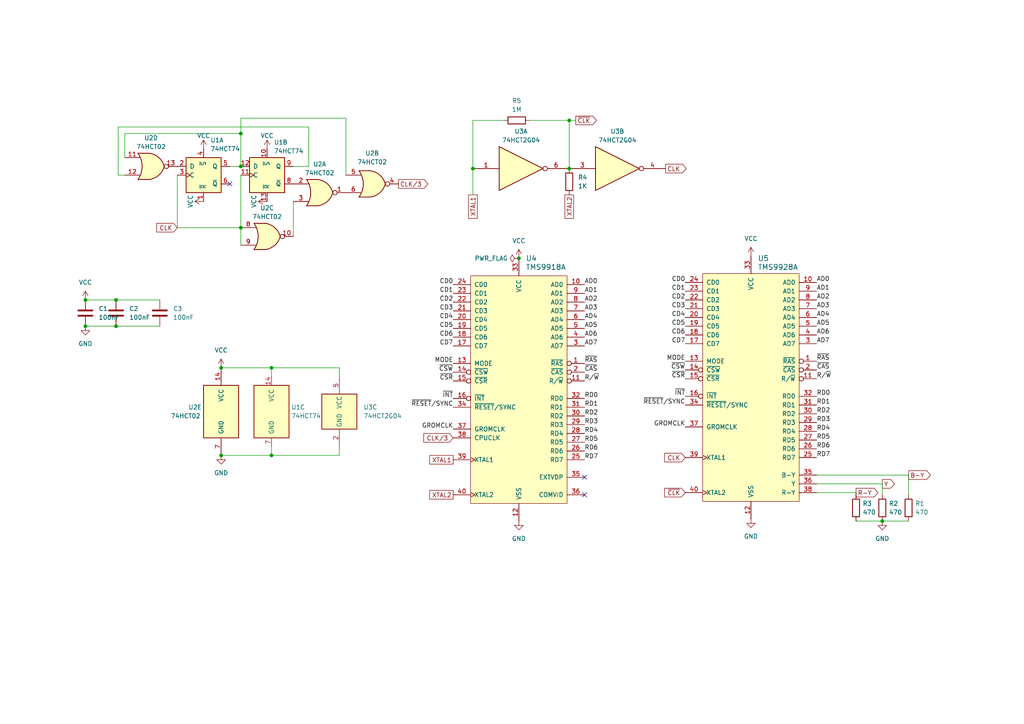
<source format=kicad_sch>
(kicad_sch (version 20231120) (generator "eeschema") (generator_version "8.0")
  (paper "A4")
  (lib_symbols
    (symbol "74xGxx:74LVC2G04"
      (property "Reference" "U" (at 0 7.62 0))
      (property "Value" "74LVC2G04" (at 2.54 -7.62 0))
      (symbol "74LVC2G04_1_1"
        (polyline (pts (xy -7.62 6.35) (xy -7.62 -6.35) (xy 5.08 0) (xy -7.62 6.35)) (stroke (width 0.254)) (fill (type background)))
        (pin input line (at -15.24 0 0) (length 7.62) (name "~") (number "1"))
        (pin output inverted (at 12.7 0 180) (length 7.62) (name "~") (number "6"))
      )
      (symbol "74LVC2G04_2_1"
        (polyline (pts (xy -7.62 6.35) (xy -7.62 -6.35) (xy 5.08 0) (xy -7.62 6.35)) (stroke (width 0.254)) (fill (type background)))
        (pin input line (at -15.24 0 0) (length 7.62) (name "~") (number "3"))
        (pin output inverted (at 12.7 0 180) (length 7.62) (name "~") (number "4"))
      )
      (symbol "74LVC2G04_3_0"
        (rectangle (start -5.08 -5.08) (end 5.08 5.08) (stroke (width 0.254)) (fill (type background)))
      )
      (symbol "74LVC2G04_3_1"
        (pin power_in line (at 0 -10.16 90) (length 5.08) (name "GND") (number "2"))
        (pin power_in line (at 0 10.16 270) (length 5.08) (name "VCC") (number "5"))
      )
    )
    (symbol "74xx:74HC02" (pin_names (offset 1.016))
      (property "Reference" "U" (at 0 1.27 0))
      (property "Value" "74HC02" (at 0 -1.27 0))
      (symbol "74HC02_1_1"
        (arc (start -3.81 -3.81) (mid -2.589 0) (end -3.81 3.81) (stroke (width 0.254)))
        (arc (start -0.6096 -3.81) (mid 2.1842 -2.5851) (end 3.81 0) (stroke (width 0.254)) (fill (type background)))
        (polyline (pts (xy -3.81 -3.81) (xy -0.635 -3.81)) (stroke (width 0.254)) (fill (type background)))
        (polyline (pts (xy -3.81 3.81) (xy -0.635 3.81)) (stroke (width 0.254)) (fill (type background)))
        (polyline (pts (xy -0.635 3.81) (xy -3.81 3.81) (xy -3.81 3.81) (xy -3.556 3.4036) (xy -3.0226 2.2606) (xy -2.6924 1.0414) (xy -2.6162 -0.254) (xy -2.7686 -1.4986) (xy -3.175 -2.7178) (xy -3.81 -3.81) (xy -3.81 -3.81) (xy -0.635 -3.81)) (stroke (width -25.4)) (fill (type background)))
        (arc (start 3.81 0) (mid 2.1915 2.5936) (end -0.6096 3.81) (stroke (width 0.254)) (fill (type background)))
        (pin output inverted (at 7.62 0 180) (length 3.81) (name "~") (number "1"))
        (pin input line (at -7.62 2.54 0) (length 4.318) (name "~") (number "2"))
        (pin input line (at -7.62 -2.54 0) (length 4.318) (name "~") (number "3"))
      )
      (symbol "74HC02_1_2"
        (arc (start 0 -3.81) (mid 3.7934 0) (end 0 3.81) (stroke (width 0.254)) (fill (type background)))
        (polyline (pts (xy 0 3.81) (xy -3.81 3.81) (xy -3.81 -3.81) (xy 0 -3.81)) (stroke (width 0.254)) (fill (type background)))
        (pin output line (at 7.62 0 180) (length 3.81) (name "~") (number "1"))
        (pin input inverted (at -7.62 2.54 0) (length 3.81) (name "~") (number "2"))
        (pin input inverted (at -7.62 -2.54 0) (length 3.81) (name "~") (number "3"))
      )
      (symbol "74HC02_2_1"
        (arc (start -3.81 -3.81) (mid -2.589 0) (end -3.81 3.81) (stroke (width 0.254)))
        (arc (start -0.6096 -3.81) (mid 2.1842 -2.5851) (end 3.81 0) (stroke (width 0.254)) (fill (type background)))
        (polyline (pts (xy -3.81 -3.81) (xy -0.635 -3.81)) (stroke (width 0.254)) (fill (type background)))
        (polyline (pts (xy -3.81 3.81) (xy -0.635 3.81)) (stroke (width 0.254)) (fill (type background)))
        (polyline (pts (xy -0.635 3.81) (xy -3.81 3.81) (xy -3.81 3.81) (xy -3.556 3.4036) (xy -3.0226 2.2606) (xy -2.6924 1.0414) (xy -2.6162 -0.254) (xy -2.7686 -1.4986) (xy -3.175 -2.7178) (xy -3.81 -3.81) (xy -3.81 -3.81) (xy -0.635 -3.81)) (stroke (width -25.4)) (fill (type background)))
        (arc (start 3.81 0) (mid 2.1915 2.5936) (end -0.6096 3.81) (stroke (width 0.254)) (fill (type background)))
        (pin output inverted (at 7.62 0 180) (length 3.81) (name "~") (number "4"))
        (pin input line (at -7.62 2.54 0) (length 4.318) (name "~") (number "5"))
        (pin input line (at -7.62 -2.54 0) (length 4.318) (name "~") (number "6"))
      )
      (symbol "74HC02_2_2"
        (arc (start 0 -3.81) (mid 3.7934 0) (end 0 3.81) (stroke (width 0.254)) (fill (type background)))
        (polyline (pts (xy 0 3.81) (xy -3.81 3.81) (xy -3.81 -3.81) (xy 0 -3.81)) (stroke (width 0.254)) (fill (type background)))
        (pin output line (at 7.62 0 180) (length 3.81) (name "~") (number "4"))
        (pin input inverted (at -7.62 2.54 0) (length 3.81) (name "~") (number "5"))
        (pin input inverted (at -7.62 -2.54 0) (length 3.81) (name "~") (number "6"))
      )
      (symbol "74HC02_3_1"
        (arc (start -3.81 -3.81) (mid -2.589 0) (end -3.81 3.81) (stroke (width 0.254)))
        (arc (start -0.6096 -3.81) (mid 2.1842 -2.5851) (end 3.81 0) (stroke (width 0.254)) (fill (type background)))
        (polyline (pts (xy -3.81 -3.81) (xy -0.635 -3.81)) (stroke (width 0.254)) (fill (type background)))
        (polyline (pts (xy -3.81 3.81) (xy -0.635 3.81)) (stroke (width 0.254)) (fill (type background)))
        (polyline (pts (xy -0.635 3.81) (xy -3.81 3.81) (xy -3.81 3.81) (xy -3.556 3.4036) (xy -3.0226 2.2606) (xy -2.6924 1.0414) (xy -2.6162 -0.254) (xy -2.7686 -1.4986) (xy -3.175 -2.7178) (xy -3.81 -3.81) (xy -3.81 -3.81) (xy -0.635 -3.81)) (stroke (width -25.4)) (fill (type background)))
        (arc (start 3.81 0) (mid 2.1915 2.5936) (end -0.6096 3.81) (stroke (width 0.254)) (fill (type background)))
        (pin output inverted (at 7.62 0 180) (length 3.81) (name "~") (number "10"))
        (pin input line (at -7.62 2.54 0) (length 4.318) (name "~") (number "8"))
        (pin input line (at -7.62 -2.54 0) (length 4.318) (name "~") (number "9"))
      )
      (symbol "74HC02_3_2"
        (arc (start 0 -3.81) (mid 3.7934 0) (end 0 3.81) (stroke (width 0.254)) (fill (type background)))
        (polyline (pts (xy 0 3.81) (xy -3.81 3.81) (xy -3.81 -3.81) (xy 0 -3.81)) (stroke (width 0.254)) (fill (type background)))
        (pin output line (at 7.62 0 180) (length 3.81) (name "~") (number "10"))
        (pin input inverted (at -7.62 2.54 0) (length 3.81) (name "~") (number "8"))
        (pin input inverted (at -7.62 -2.54 0) (length 3.81) (name "~") (number "9"))
      )
      (symbol "74HC02_4_1"
        (arc (start -3.81 -3.81) (mid -2.589 0) (end -3.81 3.81) (stroke (width 0.254)))
        (arc (start -0.6096 -3.81) (mid 2.1842 -2.5851) (end 3.81 0) (stroke (width 0.254)) (fill (type background)))
        (polyline (pts (xy -3.81 -3.81) (xy -0.635 -3.81)) (stroke (width 0.254)) (fill (type background)))
        (polyline (pts (xy -3.81 3.81) (xy -0.635 3.81)) (stroke (width 0.254)) (fill (type background)))
        (polyline (pts (xy -0.635 3.81) (xy -3.81 3.81) (xy -3.81 3.81) (xy -3.556 3.4036) (xy -3.0226 2.2606) (xy -2.6924 1.0414) (xy -2.6162 -0.254) (xy -2.7686 -1.4986) (xy -3.175 -2.7178) (xy -3.81 -3.81) (xy -3.81 -3.81) (xy -0.635 -3.81)) (stroke (width -25.4)) (fill (type background)))
        (arc (start 3.81 0) (mid 2.1915 2.5936) (end -0.6096 3.81) (stroke (width 0.254)) (fill (type background)))
        (pin input line (at -7.62 2.54 0) (length 4.318) (name "~") (number "11"))
        (pin input line (at -7.62 -2.54 0) (length 4.318) (name "~") (number "12"))
        (pin output inverted (at 7.62 0 180) (length 3.81) (name "~") (number "13"))
      )
      (symbol "74HC02_4_2"
        (arc (start 0 -3.81) (mid 3.7934 0) (end 0 3.81) (stroke (width 0.254)) (fill (type background)))
        (polyline (pts (xy 0 3.81) (xy -3.81 3.81) (xy -3.81 -3.81) (xy 0 -3.81)) (stroke (width 0.254)) (fill (type background)))
        (pin input inverted (at -7.62 2.54 0) (length 3.81) (name "~") (number "11"))
        (pin input inverted (at -7.62 -2.54 0) (length 3.81) (name "~") (number "12"))
        (pin output line (at 7.62 0 180) (length 3.81) (name "~") (number "13"))
      )
      (symbol "74HC02_5_0"
        (pin power_in line (at 0 12.7 270) (length 5.08) (name "VCC") (number "14"))
        (pin power_in line (at 0 -12.7 90) (length 5.08) (name "GND") (number "7"))
      )
      (symbol "74HC02_5_1"
        (rectangle (start -5.08 7.62) (end 5.08 -7.62) (stroke (width 0.254)) (fill (type background)))
      )
    )
    (symbol "74xx:74HC74" (pin_names (offset 1.016))
      (property "Reference" "U" (at -7.62 8.89 0))
      (property "Value" "74HC74" (at -7.62 -8.89 0))
      (symbol "74HC74_1_0"
        (pin input line (at 0 -7.62 90) (length 2.54) (name "~{R}") (number "1"))
        (pin input line (at -7.62 2.54 0) (length 2.54) (name "D") (number "2"))
        (pin input clock (at -7.62 0 0) (length 2.54) (name "C") (number "3"))
        (pin input line (at 0 7.62 270) (length 2.54) (name "~{S}") (number "4"))
        (pin output line (at 7.62 2.54 180) (length 2.54) (name "Q") (number "5"))
        (pin output line (at 7.62 -2.54 180) (length 2.54) (name "~{Q}") (number "6"))
      )
      (symbol "74HC74_1_1"
        (rectangle (start -5.08 5.08) (end 5.08 -5.08) (stroke (width 0.254)) (fill (type background)))
      )
      (symbol "74HC74_2_0"
        (pin input line (at 0 7.62 270) (length 2.54) (name "~{S}") (number "10"))
        (pin input clock (at -7.62 0 0) (length 2.54) (name "C") (number "11"))
        (pin input line (at -7.62 2.54 0) (length 2.54) (name "D") (number "12"))
        (pin input line (at 0 -7.62 90) (length 2.54) (name "~{R}") (number "13"))
        (pin output line (at 7.62 -2.54 180) (length 2.54) (name "~{Q}") (number "8"))
        (pin output line (at 7.62 2.54 180) (length 2.54) (name "Q") (number "9"))
      )
      (symbol "74HC74_2_1"
        (rectangle (start -5.08 5.08) (end 5.08 -5.08) (stroke (width 0.254)) (fill (type background)))
      )
      (symbol "74HC74_3_0"
        (pin power_in line (at 0 10.16 270) (length 2.54) (name "VCC") (number "14"))
        (pin power_in line (at 0 -10.16 90) (length 2.54) (name "GND") (number "7"))
      )
      (symbol "74HC74_3_1"
        (rectangle (start -5.08 7.62) (end 5.08 -7.62) (stroke (width 0.254)) (fill (type background)))
      )
    )
    (symbol "Device:C" (pin_numbers hide) (pin_names (offset 0.254))
      (property "Reference" "C" (at 0.635 2.54 0))
      (property "Value" "C" (at 0.635 -2.54 0))
      (symbol "C_0_1"
        (polyline (pts (xy -2.032 -0.762) (xy 2.032 -0.762)) (stroke (width 0.508)))
        (polyline (pts (xy -2.032 0.762) (xy 2.032 0.762)) (stroke (width 0.508)))
      )
      (symbol "C_1_1"
        (pin passive line (at 0 3.81 270) (length 2.794) (name "~") (number "1"))
        (pin passive line (at 0 -3.81 90) (length 2.794) (name "~") (number "2"))
      )
    )
    (symbol "Device:R" (pin_numbers hide) (pin_names (offset 0))
      (property "Reference" "R" (at 2.032 0 90))
      (property "Value" "R" (at 0 0 90))
      (symbol "R_0_1"
        (rectangle (start -1.016 -2.54) (end 1.016 2.54) (stroke (width 0.254)))
      )
      (symbol "R_1_1"
        (pin passive line (at 0 3.81 270) (length 1.27) (name "~") (number "1"))
        (pin passive line (at 0 -3.81 90) (length 1.27) (name "~") (number "2"))
      )
    )
    (symbol "TMS:TMS9918A" (pin_names (offset 1.016))
      (property "Reference" "U3" (at -12.7 35.56 0))
      (property "Value" "TMS9918A" (at 8.89 -35.56 0))
      (symbol "TMS9918A_0_1"
        (rectangle (start -13.97 33.02) (end 13.97 -33.02) (fill (type background)))
      )
      (symbol "TMS9918A_1_1"
        (pin output inverted (at 19.05 7.62 180) (length 5.08) (name "~{RAS}") (number "1"))
        (pin output line (at 19.05 30.48 180) (length 5.08) (name "AD0") (number "10"))
        (pin output inverted (at 19.05 2.54 180) (length 5.08) (name "R/~{W}") (number "11"))
        (pin power_in line (at 0 -38.1 90) (length 5.08) (name "VSS") (number "12"))
        (pin input line (at -19.05 7.62 0) (length 5.08) (name "MODE") (number "13"))
        (pin input inverted (at -19.05 5.08 0) (length 5.08) (name "~{CSW}") (number "14"))
        (pin input inverted (at -19.05 2.54 0) (length 5.08) (name "~{CSR}") (number "15"))
        (pin output inverted (at -19.05 -2.54 0) (length 5.08) (name "~{INT}") (number "16"))
        (pin bidirectional line (at -19.05 12.7 0) (length 5.08) (name "CD7") (number "17"))
        (pin bidirectional line (at -19.05 15.24 0) (length 5.08) (name "CD6") (number "18"))
        (pin bidirectional line (at -19.05 17.78 0) (length 5.08) (name "CD5") (number "19"))
        (pin output inverted (at 19.05 5.08 180) (length 5.08) (name "~{CAS}") (number "2"))
        (pin bidirectional line (at -19.05 20.32 0) (length 5.08) (name "CD4") (number "20"))
        (pin bidirectional line (at -19.05 22.86 0) (length 5.08) (name "CD3") (number "21"))
        (pin bidirectional line (at -19.05 25.4 0) (length 5.08) (name "CD2") (number "22"))
        (pin bidirectional line (at -19.05 27.94 0) (length 5.08) (name "CD1") (number "23"))
        (pin bidirectional line (at -19.05 30.48 0) (length 5.08) (name "CD0") (number "24"))
        (pin input line (at 19.05 -20.32 180) (length 5.08) (name "RD7") (number "25"))
        (pin input line (at 19.05 -17.78 180) (length 5.08) (name "RD6") (number "26"))
        (pin input line (at 19.05 -15.24 180) (length 5.08) (name "RD5") (number "27"))
        (pin input line (at 19.05 -12.7 180) (length 5.08) (name "RD4") (number "28"))
        (pin input line (at 19.05 -10.16 180) (length 5.08) (name "RD3") (number "29"))
        (pin output line (at 19.05 12.7 180) (length 5.08) (name "AD7") (number "3"))
        (pin input line (at 19.05 -7.62 180) (length 5.08) (name "RD2") (number "30"))
        (pin input line (at 19.05 -5.08 180) (length 5.08) (name "RD1") (number "31"))
        (pin input line (at 19.05 -2.54 180) (length 5.08) (name "RD0") (number "32"))
        (pin power_in line (at 0 38.1 270) (length 5.08) (name "VCC") (number "33"))
        (pin input line (at -19.05 -5.08 0) (length 5.08) (name "~{RESET}/SYNC") (number "34"))
        (pin bidirectional line (at 19.05 -25.4 180) (length 5.08) (name "EXTVDP") (number "35"))
        (pin output line (at 19.05 -30.48 180) (length 5.08) (name "COMVID") (number "36"))
        (pin output line (at -19.05 -11.43 0) (length 5.08) (name "GROMCLK") (number "37"))
        (pin output line (at -19.05 -13.97 0) (length 5.08) (name "CPUCLK") (number "38"))
        (pin input clock (at -19.05 -20.32 0) (length 5.08) (name "XTAL1") (number "39"))
        (pin output line (at 19.05 15.24 180) (length 5.08) (name "AD6") (number "4"))
        (pin input clock (at -19.05 -30.48 0) (length 5.08) (name "XTAL2") (number "40"))
        (pin output line (at 19.05 17.78 180) (length 5.08) (name "AD5") (number "5"))
        (pin output line (at 19.05 20.32 180) (length 5.08) (name "AD4") (number "6"))
        (pin output line (at 19.05 22.86 180) (length 5.08) (name "AD3") (number "7"))
        (pin output line (at 19.05 25.4 180) (length 5.08) (name "AD2") (number "8"))
        (pin output line (at 19.05 27.94 180) (length 5.08) (name "AD1") (number "9"))
      )
    )
    (symbol "TMS:TMS9928A" (pin_names (offset 1.016))
      (property "Reference" "U3" (at -12.7 35.56 0))
      (property "Value" "TMS9928A" (at 8.89 -35.56 0))
      (symbol "TMS9928A_0_1"
        (rectangle (start -13.97 33.02) (end 13.97 -33.02) (fill (type background)))
      )
      (symbol "TMS9928A_1_1"
        (pin output inverted (at 19.05 7.62 180) (length 5.08) (name "~{RAS}") (number "1"))
        (pin output line (at 19.05 30.48 180) (length 5.08) (name "AD0") (number "10"))
        (pin output inverted (at 19.05 2.54 180) (length 5.08) (name "R/~{W}") (number "11"))
        (pin power_in line (at 0 -38.1 90) (length 5.08) (name "VSS") (number "12"))
        (pin input line (at -19.05 7.62 0) (length 5.08) (name "MODE") (number "13"))
        (pin input inverted (at -19.05 5.08 0) (length 5.08) (name "~{CSW}") (number "14"))
        (pin input inverted (at -19.05 2.54 0) (length 5.08) (name "~{CSR}") (number "15"))
        (pin output inverted (at -19.05 -2.54 0) (length 5.08) (name "~{INT}") (number "16"))
        (pin bidirectional line (at -19.05 12.7 0) (length 5.08) (name "CD7") (number "17"))
        (pin bidirectional line (at -19.05 15.24 0) (length 5.08) (name "CD6") (number "18"))
        (pin bidirectional line (at -19.05 17.78 0) (length 5.08) (name "CD5") (number "19"))
        (pin output inverted (at 19.05 5.08 180) (length 5.08) (name "~{CAS}") (number "2"))
        (pin bidirectional line (at -19.05 20.32 0) (length 5.08) (name "CD4") (number "20"))
        (pin bidirectional line (at -19.05 22.86 0) (length 5.08) (name "CD3") (number "21"))
        (pin bidirectional line (at -19.05 25.4 0) (length 5.08) (name "CD2") (number "22"))
        (pin bidirectional line (at -19.05 27.94 0) (length 5.08) (name "CD1") (number "23"))
        (pin bidirectional line (at -19.05 30.48 0) (length 5.08) (name "CD0") (number "24"))
        (pin input line (at 19.05 -20.32 180) (length 5.08) (name "RD7") (number "25"))
        (pin input line (at 19.05 -17.78 180) (length 5.08) (name "RD6") (number "26"))
        (pin input line (at 19.05 -15.24 180) (length 5.08) (name "RD5") (number "27"))
        (pin input line (at 19.05 -12.7 180) (length 5.08) (name "RD4") (number "28"))
        (pin input line (at 19.05 -10.16 180) (length 5.08) (name "RD3") (number "29"))
        (pin output line (at 19.05 12.7 180) (length 5.08) (name "AD7") (number "3"))
        (pin input line (at 19.05 -7.62 180) (length 5.08) (name "RD2") (number "30"))
        (pin input line (at 19.05 -5.08 180) (length 5.08) (name "RD1") (number "31"))
        (pin input line (at 19.05 -2.54 180) (length 5.08) (name "RD0") (number "32"))
        (pin power_in line (at 0 38.1 270) (length 5.08) (name "VCC") (number "33"))
        (pin input line (at -19.05 -5.08 0) (length 5.08) (name "~{RESET}/SYNC") (number "34"))
        (pin output line (at 19.05 -25.4 180) (length 5.08) (name "B-Y") (number "35"))
        (pin output line (at 19.05 -27.94 180) (length 5.08) (name "Y") (number "36"))
        (pin output line (at -19.05 -11.43 0) (length 5.08) (name "GROMCLK") (number "37"))
        (pin output line (at 19.05 -30.48 180) (length 5.08) (name "R-Y") (number "38"))
        (pin input clock (at -19.05 -20.32 0) (length 5.08) (name "XTAL1") (number "39"))
        (pin output line (at 19.05 15.24 180) (length 5.08) (name "AD6") (number "4"))
        (pin input clock (at -19.05 -30.48 0) (length 5.08) (name "XTAL2") (number "40"))
        (pin output line (at 19.05 17.78 180) (length 5.08) (name "AD5") (number "5"))
        (pin output line (at 19.05 20.32 180) (length 5.08) (name "AD4") (number "6"))
        (pin output line (at 19.05 22.86 180) (length 5.08) (name "AD3") (number "7"))
        (pin output line (at 19.05 25.4 180) (length 5.08) (name "AD2") (number "8"))
        (pin output line (at 19.05 27.94 180) (length 5.08) (name "AD1") (number "9"))
      )
    )
    (symbol "power:GND" (power) (pin_names (offset 0))
      (property "Value" "GND" (at 0 -3.81 0))
      (symbol "GND_0_1"
        (polyline (pts (xy 0 0) (xy 0 -1.27) (xy 1.27 -1.27) (xy 0 -2.54) (xy -1.27 -1.27) (xy 0 -1.27)))
      )
      (symbol "GND_1_1"
        (pin power_in line (at 0 0 270) (length 0) hide (name "GND") (number "1"))
      )
    )
    (symbol "power:PWR_FLAG" (power) (pin_numbers hide) (pin_names (offset 0) hide)
      (property "Value" "PWR_FLAG" (at 0 3.81 0))
      (symbol "PWR_FLAG_0_0"
        (pin power_out line (at 0 0 90) (length 0) (name "pwr") (number "1"))
      )
      (symbol "PWR_FLAG_0_1"
        (polyline (pts (xy 0 0) (xy 0 1.27) (xy -1.016 1.905) (xy 0 2.54) (xy 1.016 1.905) (xy 0 1.27)))
      )
    )
    (symbol "power:VCC" (power) (pin_names (offset 0))
      (property "Value" "VCC" (at 0 3.81 0))
      (symbol "VCC_0_1"
        (polyline (pts (xy -0.762 1.27) (xy 0 2.54)))
        (polyline (pts (xy 0 0) (xy 0 2.54)))
        (polyline (pts (xy 0 2.54) (xy 0.762 1.27)))
      )
      (symbol "VCC_1_1"
        (pin power_in line (at 0 0 90) (length 0) hide (name "VCC") (number "1"))
      )
    )
  )
  (junction (at 150.495 74.93))
  (junction (at 64.135 106.68))
  (junction (at 33.655 86.995))
  (junction (at 255.905 151.13))
  (junction (at 165.1 34.925))
  (junction (at 69.85 66.04))
  (junction (at 64.135 132.08))
  (junction (at 78.74 132.08))
  (junction (at 137.16 48.895))
  (junction (at 69.85 48.26))
  (junction (at 78.74 106.68))
  (junction (at 24.765 94.615))
  (junction (at 69.85 38.735))
  (junction (at 165.1 48.895))
  (junction (at 24.765 86.995))
  (junction (at 33.655 94.615))
  (no_connect (at 169.545 143.51))
  (no_connect (at 169.545 138.43))
  (no_connect (at 66.675 53.34))
  (wire (pts (xy 89.535 48.26) (xy 85.09 48.26)))
  (wire (pts (xy 51.435 50.8) (xy 51.435 66.04)))
  (wire (pts (xy 36.195 38.735) (xy 69.85 38.735)))
  (wire (pts (xy 85.09 58.42) (xy 85.09 68.58)))
  (wire (pts (xy 165.1 34.925) (xy 167.005 34.925)))
  (wire (pts (xy 98.425 129.54) (xy 98.425 132.08)))
  (wire (pts (xy 33.655 94.615) (xy 46.355 94.615)))
  (wire (pts (xy 89.535 36.83) (xy 89.535 48.26)))
  (wire (pts (xy 24.765 94.615) (xy 33.655 94.615)))
  (wire (pts (xy 137.16 34.925) (xy 146.05 34.925)))
  (wire (pts (xy 51.435 66.04) (xy 69.85 66.04)))
  (wire (pts (xy 69.85 66.04) (xy 69.85 71.12)))
  (wire (pts (xy 248.285 151.13) (xy 255.905 151.13)))
  (wire (pts (xy 100.33 34.29) (xy 100.33 50.8)))
  (wire (pts (xy 236.855 140.335) (xy 255.905 140.335)))
  (wire (pts (xy 98.425 106.68) (xy 98.425 109.22)))
  (wire (pts (xy 236.855 137.795) (xy 263.525 137.795)))
  (wire (pts (xy 69.85 38.735) (xy 69.85 48.26)))
  (wire (pts (xy 98.425 132.08) (xy 78.74 132.08)))
  (wire (pts (xy 36.195 45.72) (xy 36.195 38.735)))
  (wire (pts (xy 24.765 86.995) (xy 33.655 86.995)))
  (wire (pts (xy 69.85 38.735) (xy 69.85 34.29)))
  (wire (pts (xy 34.29 36.83) (xy 34.29 50.8)))
  (wire (pts (xy 34.29 36.83) (xy 89.535 36.83)))
  (wire (pts (xy 64.135 106.68) (xy 78.74 106.68)))
  (wire (pts (xy 78.74 106.68) (xy 98.425 106.68)))
  (wire (pts (xy 69.85 34.29) (xy 100.33 34.29)))
  (wire (pts (xy 137.16 34.925) (xy 137.16 48.895)))
  (wire (pts (xy 33.655 86.995) (xy 46.355 86.995)))
  (wire (pts (xy 165.1 34.925) (xy 165.1 48.895)))
  (wire (pts (xy 66.675 48.26) (xy 69.85 48.26)))
  (wire (pts (xy 78.74 129.54) (xy 78.74 132.08)))
  (wire (pts (xy 153.67 34.925) (xy 165.1 34.925)))
  (wire (pts (xy 78.74 109.22) (xy 78.74 106.68)))
  (wire (pts (xy 236.855 142.875) (xy 248.285 142.875)))
  (wire (pts (xy 255.905 151.13) (xy 263.525 151.13)))
  (wire (pts (xy 263.525 137.795) (xy 263.525 143.51)))
  (wire (pts (xy 69.85 50.8) (xy 69.85 66.04)))
  (wire (pts (xy 248.285 142.875) (xy 248.285 143.51)))
  (wire (pts (xy 255.905 140.335) (xy 255.905 143.51)))
  (wire (pts (xy 64.135 132.08) (xy 78.74 132.08)))
  (wire (pts (xy 34.29 50.8) (xy 36.195 50.8)))
  (wire (pts (xy 137.16 48.895) (xy 137.16 56.515)))
  (label "AD4" (at 236.855 92.075 0))
  (label "RD4" (at 169.545 125.73 0))
  (label "AD4" (at 169.545 92.71 0))
  (label "AD0" (at 236.855 81.915 0))
  (label "~{CAS}" (at 169.545 107.95 0))
  (label "CD2" (at 131.445 87.63 180))
  (label "~{CSR}" (at 198.755 109.855 180))
  (label "~{CAS}" (at 236.855 107.315 0))
  (label "CD5" (at 131.445 95.25 180))
  (label "CD7" (at 198.755 99.695 180))
  (label "CD2" (at 198.755 86.995 180))
  (label "~{RESET}{slash}SYNC" (at 131.445 118.11 180))
  (label "RD5" (at 236.855 127.635 0))
  (label "AD7" (at 236.855 99.695 0))
  (label "RD0" (at 169.545 115.57 0))
  (label "CD7" (at 131.445 100.33 180))
  (label "~{INT}" (at 131.445 115.57 180))
  (label "~{RESET}{slash}SYNC" (at 198.755 117.475 180))
  (label "AD6" (at 236.855 97.155 0))
  (label "CD0" (at 131.445 82.55 180))
  (label "RD1" (at 169.545 118.11 0))
  (label "~{RAS}" (at 236.855 104.775 0))
  (label "~{RAS}" (at 169.545 105.41 0))
  (label "RD5" (at 169.545 128.27 0))
  (label "RD7" (at 169.545 133.35 0))
  (label "AD5" (at 169.545 95.25 0))
  (label "CD0" (at 198.755 81.915 180))
  (label "~{CSR}" (at 131.445 110.49 180))
  (label "MODE" (at 131.445 105.41 180))
  (label "RD0" (at 236.855 114.935 0))
  (label "R{slash}~{W}" (at 169.545 110.49 0))
  (label "AD0" (at 169.545 82.55 0))
  (label "CD6" (at 198.755 97.155 180))
  (label "GROMCLK" (at 198.755 123.825 180))
  (label "AD3" (at 236.855 89.535 0))
  (label "MODE" (at 198.755 104.775 180))
  (label "RD1" (at 236.855 117.475 0))
  (label "RD3" (at 169.545 123.19 0))
  (label "CD1" (at 131.445 85.09 180))
  (label "CD3" (at 131.445 90.17 180))
  (label "AD7" (at 169.545 100.33 0))
  (label "RD6" (at 169.545 130.81 0))
  (label "RD7" (at 236.855 132.715 0))
  (label "CD6" (at 131.445 97.79 180))
  (label "~{CSW}" (at 198.755 107.315 180))
  (label "AD1" (at 169.545 85.09 0))
  (label "R{slash}~{W}" (at 236.855 109.855 0))
  (label "CD4" (at 131.445 92.71 180))
  (label "AD5" (at 236.855 94.615 0))
  (label "AD2" (at 236.855 86.995 0))
  (label "GROMCLK" (at 131.445 124.46 180))
  (label "~{INT}" (at 198.755 114.935 180))
  (label "RD4" (at 236.855 125.095 0))
  (label "AD3" (at 169.545 90.17 0))
  (label "AD2" (at 169.545 87.63 0))
  (label "AD1" (at 236.855 84.455 0))
  (label "CD3" (at 198.755 89.535 180))
  (label "AD6" (at 169.545 97.79 0))
  (label "CD5" (at 198.755 94.615 180))
  (label "CD1" (at 198.755 84.455 180))
  (label "CD4" (at 198.755 92.075 180))
  (label "~{CSW}" (at 131.445 107.95 180))
  (label "RD6" (at 236.855 130.175 0))
  (label "RD3" (at 236.855 122.555 0))
  (label "RD2" (at 169.545 120.65 0))
  (label "RD2" (at 236.855 120.015 0))
  (global_label "CLK{slash}3" (shape output) (at 115.57 53.34 0) (property "Intersheetrefs" "${INTERSHEET_REFS}" (effects (hide yes))))
  (global_label "XTAL1" (shape passive) (at 137.16 56.515 270) (property "Intersheetrefs" "${INTERSHEET_REFS}" (effects (hide yes))))
  (global_label "~{CLK}" (shape input) (at 198.755 142.875 180) (property "Intersheetrefs" "${INTERSHEET_REFS}" (effects (hide yes))))
  (global_label "Y" (shape output) (at 255.905 140.335 0) (property "Intersheetrefs" "${INTERSHEET_REFS}" (effects (hide yes))))
  (global_label "CLK" (shape output) (at 193.04 48.895 0) (property "Intersheetrefs" "${INTERSHEET_REFS}" (effects (hide yes))))
  (global_label "B-Y" (shape output) (at 263.525 137.795 0) (property "Intersheetrefs" "${INTERSHEET_REFS}" (effects (hide yes))))
  (global_label "CLK{slash}3" (shape input) (at 131.445 127 180) (property "Intersheetrefs" "${INTERSHEET_REFS}" (effects (hide yes))))
  (global_label "XTAL2" (shape passive) (at 165.1 56.515 270) (property "Intersheetrefs" "${INTERSHEET_REFS}" (effects (hide yes))))
  (global_label "CLK" (shape input) (at 198.755 132.715 180) (property "Intersheetrefs" "${INTERSHEET_REFS}" (effects (hide yes))))
  (global_label "~{CLK}" (shape output) (at 167.005 34.925 0) (property "Intersheetrefs" "${INTERSHEET_REFS}" (effects (hide yes))))
  (global_label "XTAL1" (shape passive) (at 131.445 133.35 180) (property "Intersheetrefs" "${INTERSHEET_REFS}" (effects (hide yes))))
  (global_label "XTAL2" (shape passive) (at 131.445 143.51 180) (property "Intersheetrefs" "${INTERSHEET_REFS}" (effects (hide yes))))
  (global_label "CLK" (shape input) (at 51.435 66.04 180) (property "Intersheetrefs" "${INTERSHEET_REFS}" (effects (hide yes))))
  (global_label "R-Y" (shape output) (at 248.285 142.875 0) (property "Intersheetrefs" "${INTERSHEET_REFS}" (effects (hide yes))))
  (symbol (lib_id "power:VCC") (at 77.47 58.42 90) (unit 1)
    (property "Reference" "#PWR05" (effects (hide yes)))
    (property "Value" "VCC" (at 73.66 58.42 0))
  )
  (symbol (lib_id "power:VCC") (at 59.055 58.42 90) (unit 1)
    (property "Reference" "#PWR04" (effects (hide yes)))
    (property "Value" "VCC" (at 55.245 58.42 0))
  )
  (symbol (lib_id "Device:R") (at 165.1 52.705 0) (unit 1)
    (property "Reference" "R4" (at 167.64 51.435 0) (effects (justify left)))
    (property "Value" "1K" (at 167.64 53.975 0) (effects (justify left)))
    (property "Footprint" "Resistor_SMD:R_0603_1608Metric" (effects (hide yes)))
  )
  (symbol (lib_id "power:VCC") (at 24.765 86.995 0) (unit 1)
    (property "Reference" "#PWR07" (effects (hide yes)))
    (property "Value" "VCC" (at 24.765 81.915 0))
  )
  (symbol (lib_id "Device:R") (at 255.905 147.32 180) (unit 1)
    (property "Reference" "R2" (at 257.81 146.05 0) (effects (justify right)))
    (property "Value" "470" (at 257.81 148.59 0) (effects (justify right)))
    (property "Footprint" "Resistor_SMD:R_0603_1608Metric" (effects (hide yes)))
  )
  (symbol (lib_id "Device:C") (at 46.355 90.805 0) (unit 1)
    (property "Reference" "C3" (at 50.165 89.535 0) (effects (justify left)))
    (property "Value" "100nF" (at 50.165 92.075 0) (effects (justify left)))
    (property "Footprint" "Capacitor_SMD:C_0603_1608Metric" (effects (hide yes)))
  )
  (symbol (lib_id "power:VCC") (at 77.47 43.18 0) (unit 1)
    (property "Reference" "#PWR02" (effects (hide yes)))
    (property "Value" "VCC" (at 77.47 39.37 0))
  )
  (symbol (lib_id "power:PWR_FLAG") (at 150.495 74.93 90) (unit 1)
    (property "Reference" "#FLG01" (effects (hide yes)))
    (property "Value" "PWR_FLAG" (at 147.32 74.93 90) (effects (justify left)))
  )
  (symbol (lib_id "74xx:74HC02") (at 92.71 55.88 0) (unit 1)
    (property "Reference" "U2" (at 92.71 47.625 0))
    (property "Value" "74HCT02" (at 92.71 50.165 0))
    (property "Footprint" "Package_SO:TSSOP-14_4.4x5mm_P0.65mm" (effects (hide yes)))
    (property "Datasheet" "http://www.ti.com/lit/gpn/sn74hc02" (effects (hide yes)))
  )
  (symbol (lib_id "power:GND") (at 255.905 151.13 0) (unit 1)
    (property "Reference" "#PWR013" (effects (hide yes)))
    (property "Value" "GND" (at 255.905 156.21 0))
  )
  (symbol (lib_id "74xx:74HC02") (at 64.135 119.38 0) (unit 5)
    (property "Reference" "U2" (at 54.61 118.11 0) (effects (justify left)))
    (property "Value" "74HCT02" (at 49.53 120.65 0) (effects (justify left)))
    (property "Footprint" "Package_SO:TSSOP-14_4.4x5mm_P0.65mm" (effects (hide yes)))
    (property "Datasheet" "http://www.ti.com/lit/gpn/sn74hc02" (effects (hide yes)))
  )
  (symbol (lib_id "74xx:74HC74") (at 78.74 119.38 0) (unit 3)
    (property "Reference" "U1" (at 84.455 118.11 0) (effects (justify left)))
    (property "Value" "74HCT74" (at 84.455 120.65 0) (effects (justify left)))
    (property "Footprint" "Package_SO:TSSOP-14_4.4x5mm_P0.65mm" (effects (hide yes)))
    (property "Datasheet" "74xx/74hc_hct74.pdf" (effects (hide yes)))
  )
  (symbol (lib_id "power:VCC") (at 150.495 74.93 0) (unit 1)
    (property "Reference" "#PWR09" (effects (hide yes)))
    (property "Value" "VCC" (at 150.495 69.85 0))
  )
  (symbol (lib_id "TMS:TMS9928A") (at 217.805 112.395 0) (unit 1)
    (property "Reference" "U5" (at 219.7609 74.93 0) (effects (font (size 1.524 1.524)) (justify left)))
    (property "Value" "TMS9928A" (at 219.7609 77.47 0) (effects (font (size 1.524 1.524)) (justify left)))
    (property "Footprint" "Package_DIP:DIP-40_W15.24mm_Socket" (effects (hide yes)))
  )
  (symbol (lib_id "Device:C") (at 33.655 90.805 0) (unit 1)
    (property "Reference" "C2" (at 37.465 89.535 0) (effects (justify left)))
    (property "Value" "100nF" (at 37.465 92.075 0) (effects (justify left)))
    (property "Footprint" "Capacitor_SMD:C_0603_1608Metric" (effects (hide yes)))
  )
  (symbol (lib_id "74xx:74HC74") (at 77.47 50.8 0) (unit 2)
    (property "Reference" "U1" (at 79.4259 41.275 0) (effects (justify left)))
    (property "Value" "74HCT74" (at 79.4259 43.815 0) (effects (justify left)))
    (property "Footprint" "Package_SO:TSSOP-14_4.4x5mm_P0.65mm" (effects (hide yes)))
    (property "Datasheet" "74xx/74hc_hct74.pdf" (effects (hide yes)))
  )
  (symbol (lib_id "74xx:74HC02") (at 107.95 53.34 0) (unit 2)
    (property "Reference" "U2" (at 107.95 44.45 0))
    (property "Value" "74HCT02" (at 107.95 46.99 0))
    (property "Footprint" "Package_SO:TSSOP-14_4.4x5mm_P0.65mm" (effects (hide yes)))
    (property "Datasheet" "http://www.ti.com/lit/gpn/sn74hc02" (effects (hide yes)))
  )
  (symbol (lib_id "power:VCC") (at 59.055 43.18 0) (unit 1)
    (property "Reference" "#PWR03" (effects (hide yes)))
    (property "Value" "VCC" (at 59.055 39.37 0))
  )
  (symbol (lib_id "Device:R") (at 149.86 34.925 90) (unit 1)
    (property "Reference" "R5" (at 149.86 29.21 90))
    (property "Value" "1M" (at 149.86 31.75 90))
    (property "Footprint" "Resistor_SMD:R_0603_1608Metric" (effects (hide yes)))
  )
  (symbol (lib_id "Device:R") (at 263.525 147.32 180) (unit 1)
    (property "Reference" "R1" (at 265.43 146.05 0) (effects (justify right)))
    (property "Value" "470" (at 265.43 148.59 0) (effects (justify right)))
    (property "Footprint" "Resistor_SMD:R_0603_1608Metric" (effects (hide yes)))
  )
  (symbol (lib_id "Device:C") (at 24.765 90.805 0) (unit 1)
    (property "Reference" "C1" (at 28.575 89.535 0) (effects (justify left)))
    (property "Value" "100nF" (at 28.575 92.075 0) (effects (justify left)))
    (property "Footprint" "Capacitor_SMD:C_0603_1608Metric" (effects (hide yes)))
  )
  (symbol (lib_id "Device:R") (at 248.285 147.32 180) (unit 1)
    (property "Reference" "R3" (at 250.19 146.05 0) (effects (justify right)))
    (property "Value" "470" (at 250.19 148.59 0) (effects (justify right)))
    (property "Footprint" "Resistor_SMD:R_0603_1608Metric" (effects (hide yes)))
  )
  (symbol (lib_id "74xx:74HC02") (at 77.47 68.58 0) (unit 3)
    (property "Reference" "U2" (at 77.47 60.325 0))
    (property "Value" "74HCT02" (at 77.47 62.865 0))
    (property "Footprint" "Package_SO:TSSOP-14_4.4x5mm_P0.65mm" (effects (hide yes)))
    (property "Datasheet" "http://www.ti.com/lit/gpn/sn74hc02" (effects (hide yes)))
  )
  (symbol (lib_id "power:GND") (at 217.805 150.495 0) (unit 1)
    (property "Reference" "#PWR012" (effects (hide yes)))
    (property "Value" "GND" (at 217.805 155.575 0))
  )
  (symbol (lib_id "74xx:74HC02") (at 43.815 48.26 0) (unit 4)
    (property "Reference" "U2" (at 43.815 40.005 0))
    (property "Value" "74HCT02" (at 43.815 42.545 0))
    (property "Footprint" "Package_SO:TSSOP-14_4.4x5mm_P0.65mm" (effects (hide yes)))
    (property "Datasheet" "http://www.ti.com/lit/gpn/sn74hc02" (effects (hide yes)))
  )
  (symbol (lib_id "power:GND") (at 24.765 94.615 0) (unit 1)
    (property "Reference" "#PWR08" (effects (hide yes)))
    (property "Value" "GND" (at 24.765 99.695 0))
  )
  (symbol (lib_id "TMS:TMS9918A") (at 150.495 113.03 0) (unit 1)
    (property "Reference" "U4" (at 152.4509 74.93 0) (effects (font (size 1.524 1.524)) (justify left)))
    (property "Value" "TMS9918A" (at 152.4509 77.47 0) (effects (font (size 1.524 1.524)) (justify left)))
    (property "Footprint" "Package_DIP:DIP-40_W15.24mm_Socket" (effects (hide yes)))
  )
  (symbol (lib_id "74xGxx:74LVC2G04") (at 98.425 119.38 0) (unit 3)
    (property "Reference" "U3" (at 105.41 118.11 0) (effects (justify left)))
    (property "Value" "74HCT2G04" (at 105.41 120.65 0) (effects (justify left)))
    (property "Footprint" "Package_SO:TSOP-6_1.65x3.05mm_P0.95mm" (effects (hide yes)))
    (property "Datasheet" "http://www.ti.com/lit/sg/scyt129e/scyt129e.pdf" (effects (hide yes)))
  )
  (symbol (lib_id "74xGxx:74LVC2G04") (at 152.4 48.895 0) (unit 1)
    (property "Reference" "U3" (at 151.13 38.1 0))
    (property "Value" "74HCT2G04" (at 151.13 40.64 0))
    (property "Footprint" "Package_SO:TSOP-6_1.65x3.05mm_P0.95mm" (effects (hide yes)))
    (property "Datasheet" "http://www.ti.com/lit/sg/scyt129e/scyt129e.pdf" (effects (hide yes)))
  )
  (symbol (lib_id "power:VCC") (at 217.805 74.295 0) (unit 1)
    (property "Reference" "#PWR010" (effects (hide yes)))
    (property "Value" "VCC" (at 217.805 69.215 0))
  )
  (symbol (lib_id "power:GND") (at 150.495 151.13 0) (unit 1)
    (property "Reference" "#PWR011" (effects (hide yes)))
    (property "Value" "GND" (at 150.495 156.21 0))
  )
  (symbol (lib_id "74xx:74HC74") (at 59.055 50.8 0) (unit 1)
    (property "Reference" "U1" (at 61.0109 40.64 0) (effects (justify left)))
    (property "Value" "74HCT74" (at 61.0109 43.18 0) (effects (justify left)))
    (property "Footprint" "Package_SO:TSSOP-14_4.4x5mm_P0.65mm" (effects (hide yes)))
    (property "Datasheet" "74xx/74hc_hct74.pdf" (effects (hide yes)))
  )
  (symbol (lib_id "power:GND") (at 64.135 132.08 0) (unit 1)
    (property "Reference" "#PWR06" (effects (hide yes)))
    (property "Value" "GND" (at 64.135 137.16 0))
  )
  (symbol (lib_id "74xGxx:74LVC2G04") (at 180.34 48.895 0) (unit 2)
    (property "Reference" "U3" (at 179.07 38.1 0))
    (property "Value" "74HCT2G04" (at 179.07 40.64 0))
    (property "Footprint" "Package_SO:TSOP-6_1.65x3.05mm_P0.95mm" (effects (hide yes)))
    (property "Datasheet" "http://www.ti.com/lit/sg/scyt129e/scyt129e.pdf" (effects (hide yes)))
  )
  (symbol (lib_id "power:VCC") (at 64.135 106.68 0) (unit 1)
    (property "Reference" "#PWR01" (effects (hide yes)))
    (property "Value" "VCC" (at 64.135 101.6 0))
  )
)
</source>
